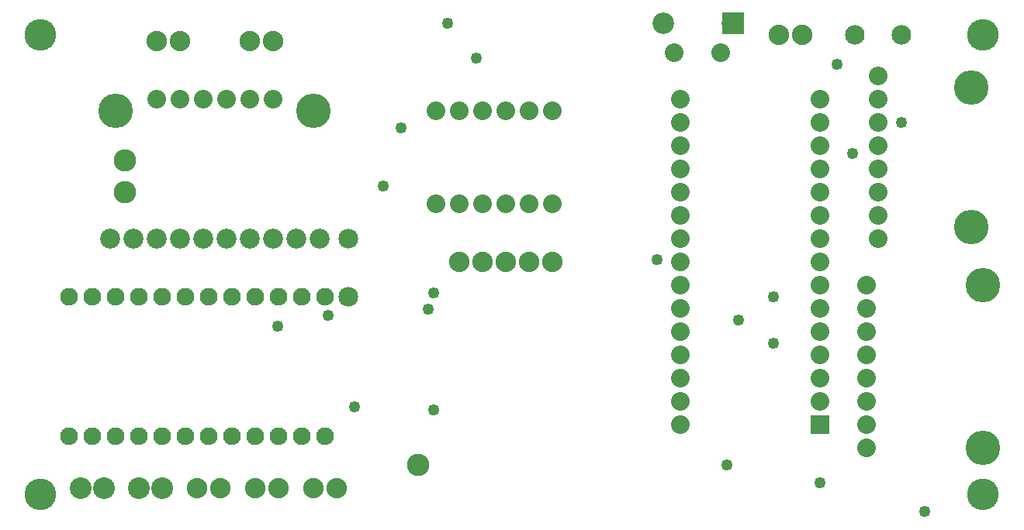
<source format=gts>
G04 MADE WITH FRITZING*
G04 WWW.FRITZING.ORG*
G04 DOUBLE SIDED*
G04 HOLES PLATED*
G04 CONTOUR ON CENTER OF CONTOUR VECTOR*
%ASAXBY*%
%FSLAX23Y23*%
%MOIN*%
%OFA0B0*%
%SFA1.0B1.0*%
%ADD10C,0.148425*%
%ADD11C,0.080000*%
%ADD12C,0.049370*%
%ADD13C,0.092000*%
%ADD14C,0.096614*%
%ADD15C,0.135984*%
%ADD16C,0.076000*%
%ADD17C,0.096000*%
%ADD18C,0.086000*%
%ADD19C,0.088000*%
%ADD20C,0.093307*%
%ADD21C,0.084000*%
%ADD22C,0.085000*%
%ADD23R,0.092000X0.092000*%
%ADD24R,0.079972X0.080000*%
%ADD25R,0.010140X0.010140*%
%LNMASK1*%
G90*
G70*
G54D10*
X4124Y1937D03*
G54D11*
X3724Y1287D03*
X3724Y1387D03*
X3724Y1487D03*
G54D10*
X4124Y1337D03*
G54D11*
X3724Y1587D03*
X3724Y1687D03*
X3724Y1787D03*
X3724Y1887D03*
X3724Y1987D03*
X2849Y2087D03*
X3049Y2087D03*
G54D12*
X2776Y1198D03*
X1816Y1054D03*
X1792Y982D03*
X1816Y550D03*
X1360Y958D03*
X1144Y910D03*
X1474Y562D03*
X1874Y2212D03*
X3616Y1654D03*
X3124Y937D03*
X1674Y1762D03*
X3074Y312D03*
X3924Y112D03*
G54D13*
X3099Y2212D03*
X2801Y2212D03*
G54D11*
X3674Y587D03*
G54D10*
X4174Y1087D03*
G54D11*
X3674Y987D03*
X3674Y787D03*
X3674Y387D03*
X3674Y1087D03*
X3674Y887D03*
X3674Y687D03*
X3674Y487D03*
G54D10*
X4174Y387D03*
G54D14*
X4174Y1087D03*
X4174Y387D03*
X449Y1837D03*
X1299Y1837D03*
G54D15*
X4174Y2162D03*
X4174Y187D03*
X124Y187D03*
X124Y2162D03*
G54D16*
X249Y437D03*
X349Y437D03*
X449Y437D03*
X549Y437D03*
X649Y437D03*
X749Y437D03*
X849Y437D03*
X949Y437D03*
X1049Y437D03*
X1149Y437D03*
X1249Y437D03*
X1349Y437D03*
X1349Y1037D03*
X1249Y1037D03*
X1149Y1037D03*
X1049Y1037D03*
X949Y1037D03*
X849Y1037D03*
X749Y1037D03*
X649Y1037D03*
X549Y1037D03*
X449Y1037D03*
X349Y1037D03*
X249Y1037D03*
G54D10*
X449Y1837D03*
G54D17*
X489Y1486D03*
X489Y1624D03*
G54D18*
X424Y1287D03*
X524Y1287D03*
X624Y1287D03*
X724Y1287D03*
X824Y1287D03*
X924Y1287D03*
X1024Y1287D03*
G54D10*
X1299Y1837D03*
G54D18*
X1124Y1287D03*
X1224Y1287D03*
X1324Y1287D03*
G54D11*
X1124Y1887D03*
X1024Y1887D03*
X924Y1887D03*
X824Y1887D03*
X724Y1887D03*
X624Y1887D03*
G54D19*
X2325Y1185D03*
X2226Y1185D03*
X2126Y1185D03*
X2026Y1185D03*
X1926Y1185D03*
X1024Y2137D03*
X1124Y2137D03*
X624Y2137D03*
X724Y2137D03*
G54D20*
X299Y212D03*
X399Y212D03*
X649Y212D03*
X549Y212D03*
G54D19*
X3399Y2162D03*
X3299Y2162D03*
X1399Y212D03*
X1299Y212D03*
X899Y212D03*
X799Y212D03*
X1149Y212D03*
X1049Y212D03*
G54D12*
X1999Y2062D03*
X3274Y1037D03*
X3276Y838D03*
X3824Y1787D03*
X3549Y2037D03*
G54D11*
X3474Y487D03*
X3474Y587D03*
X3474Y687D03*
X3474Y787D03*
X3474Y887D03*
X3474Y987D03*
X3474Y1087D03*
X3474Y1187D03*
X3474Y1287D03*
X3474Y1387D03*
X3474Y1487D03*
X3474Y1587D03*
X3474Y1687D03*
X3474Y1787D03*
X3474Y1887D03*
X2874Y487D03*
X2874Y587D03*
X2874Y687D03*
X2874Y787D03*
X2874Y887D03*
X2874Y987D03*
X2874Y1087D03*
X2874Y1187D03*
X2874Y1287D03*
X2874Y1387D03*
X2874Y1487D03*
X2874Y1587D03*
X2874Y1687D03*
X2874Y1787D03*
X2874Y1887D03*
X1825Y1837D03*
X1925Y1837D03*
X2025Y1837D03*
X2125Y1837D03*
X2225Y1837D03*
X2325Y1837D03*
X2325Y1437D03*
X2225Y1437D03*
X2125Y1437D03*
X2025Y1437D03*
X1925Y1437D03*
X1825Y1437D03*
X1825Y1837D03*
X1925Y1837D03*
X2025Y1837D03*
X2125Y1837D03*
X2225Y1837D03*
X2325Y1837D03*
X2325Y1437D03*
X2225Y1437D03*
X2125Y1437D03*
X2025Y1437D03*
X1925Y1437D03*
X1825Y1437D03*
G54D14*
X4124Y1337D03*
X4124Y1937D03*
G54D12*
X3474Y236D03*
G54D14*
X1749Y312D03*
G54D21*
X3824Y2162D03*
X3624Y2162D03*
X3824Y2162D03*
X3624Y2162D03*
G54D22*
X1449Y1037D03*
X1449Y1287D03*
G54D12*
X1599Y1513D03*
G54D23*
X3100Y2212D03*
G54D24*
X3474Y487D03*
G54D25*
X3470Y1687D03*
X3474Y1889D03*
X2874Y1889D03*
G04 End of Mask1*
M02*
</source>
